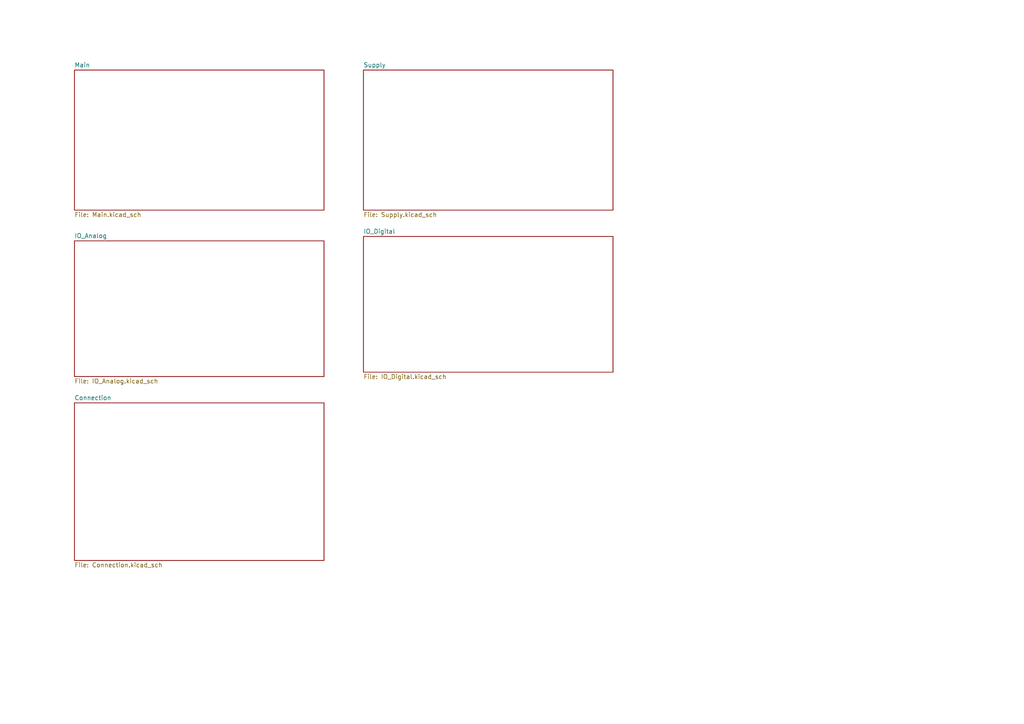
<source format=kicad_sch>
(kicad_sch (version 20211123) (generator eeschema)
  (paper "A4")
  (lib_symbols)
  (sheet (at 21.59 20.32) (size 72.39 40.64) (stroke (width 0.1524))
    (property "Sheet name" "Main" (at 21.59 19.6084 0) (effects (justify left bottom)))
    (property "Sheet file" "Main.kicad_sch" (at 21.59 61.5446 0) (effects (justify left top)))
  )
  (sheet (at 105.41 68.58) (size 72.39 39.37) (stroke (width 0.1524))
    (property "Sheet name" "IO_Digital" (at 105.41 67.8684 0) (effects (justify left bottom)))
    (property "Sheet file" "IO_Digital.kicad_sch" (at 105.41 108.5346 0) (effects (justify left top)))
  )
  (sheet (at 21.59 116.84) (size 72.39 45.72) (stroke (width 0.1524))
    (property "Sheet name" "Connection" (at 21.59 116.1284 0) (effects (justify left bottom)))
    (property "Sheet file" "Connection.kicad_sch" (at 21.59 163.1446 0) (effects (justify left top)))
  )
  (sheet (at 21.59 69.85) (size 72.39 39.37) (stroke (width 0.1524))
    (property "Sheet name" "IO_Analog" (at 21.59 69.1384 0) (effects (justify left bottom)))
    (property "Sheet file" "IO_Analog.kicad_sch" (at 21.59 109.8046 0) (effects (justify left top)))
  )
  (sheet (at 105.41 20.32) (size 72.39 40.64) (stroke (width 0.1524))
    (property "Sheet name" "Supply" (at 105.41 19.6084 0) (effects (justify left bottom)))
    (property "Sheet file" "Supply.kicad_sch" (at 105.41 61.5446 0) (effects (justify left top)))
  )
)
</source>
